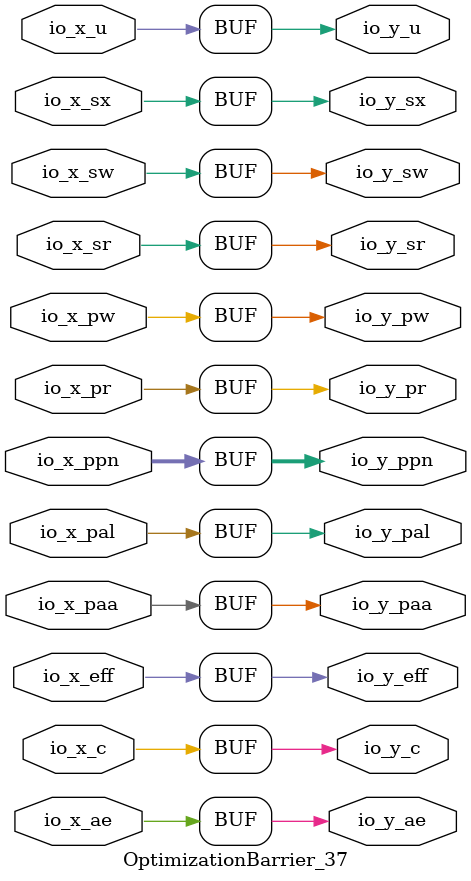
<source format=sv>
`ifndef RANDOMIZE
  `ifdef RANDOMIZE_MEM_INIT
    `define RANDOMIZE
  `endif // RANDOMIZE_MEM_INIT
`endif // not def RANDOMIZE
`ifndef RANDOMIZE
  `ifdef RANDOMIZE_REG_INIT
    `define RANDOMIZE
  `endif // RANDOMIZE_REG_INIT
`endif // not def RANDOMIZE

`ifndef RANDOM
  `define RANDOM $random
`endif // not def RANDOM

// Users can define INIT_RANDOM as general code that gets injected into the
// initializer block for modules with registers.
`ifndef INIT_RANDOM
  `define INIT_RANDOM
`endif // not def INIT_RANDOM

// If using random initialization, you can also define RANDOMIZE_DELAY to
// customize the delay used, otherwise 0.002 is used.
`ifndef RANDOMIZE_DELAY
  `define RANDOMIZE_DELAY 0.002
`endif // not def RANDOMIZE_DELAY

// Define INIT_RANDOM_PROLOG_ for use in our modules below.
`ifndef INIT_RANDOM_PROLOG_
  `ifdef RANDOMIZE
    `ifdef VERILATOR
      `define INIT_RANDOM_PROLOG_ `INIT_RANDOM
    `else  // VERILATOR
      `define INIT_RANDOM_PROLOG_ `INIT_RANDOM #`RANDOMIZE_DELAY begin end
    `endif // VERILATOR
  `else  // RANDOMIZE
    `define INIT_RANDOM_PROLOG_
  `endif // RANDOMIZE
`endif // not def INIT_RANDOM_PROLOG_

// Include register initializers in init blocks unless synthesis is set
`ifndef SYNTHESIS
  `ifndef ENABLE_INITIAL_REG_
    `define ENABLE_INITIAL_REG_
  `endif // not def ENABLE_INITIAL_REG_
`endif // not def SYNTHESIS

// Include rmemory initializers in init blocks unless synthesis is set
`ifndef SYNTHESIS
  `ifndef ENABLE_INITIAL_MEM_
    `define ENABLE_INITIAL_MEM_
  `endif // not def ENABLE_INITIAL_MEM_
`endif // not def SYNTHESIS

// Standard header to adapt well known macros for prints and assertions.

// Users can define 'PRINTF_COND' to add an extra gate to prints.
`ifndef PRINTF_COND_
  `ifdef PRINTF_COND
    `define PRINTF_COND_ (`PRINTF_COND)
  `else  // PRINTF_COND
    `define PRINTF_COND_ 1
  `endif // PRINTF_COND
`endif // not def PRINTF_COND_

// Users can define 'ASSERT_VERBOSE_COND' to add an extra gate to assert error printing.
`ifndef ASSERT_VERBOSE_COND_
  `ifdef ASSERT_VERBOSE_COND
    `define ASSERT_VERBOSE_COND_ (`ASSERT_VERBOSE_COND)
  `else  // ASSERT_VERBOSE_COND
    `define ASSERT_VERBOSE_COND_ 1
  `endif // ASSERT_VERBOSE_COND
`endif // not def ASSERT_VERBOSE_COND_

// Users can define 'STOP_COND' to add an extra gate to stop conditions.
`ifndef STOP_COND_
  `ifdef STOP_COND
    `define STOP_COND_ (`STOP_COND)
  `else  // STOP_COND
    `define STOP_COND_ 1
  `endif // STOP_COND
`endif // not def STOP_COND_

module OptimizationBarrier_37(
  input  [19:0] io_x_ppn,	// @[generators/rocket-chip/src/main/scala/util/package.scala:260:18]
  input         io_x_u,	// @[generators/rocket-chip/src/main/scala/util/package.scala:260:18]
                io_x_ae,	// @[generators/rocket-chip/src/main/scala/util/package.scala:260:18]
                io_x_sw,	// @[generators/rocket-chip/src/main/scala/util/package.scala:260:18]
                io_x_sx,	// @[generators/rocket-chip/src/main/scala/util/package.scala:260:18]
                io_x_sr,	// @[generators/rocket-chip/src/main/scala/util/package.scala:260:18]
                io_x_pw,	// @[generators/rocket-chip/src/main/scala/util/package.scala:260:18]
                io_x_pr,	// @[generators/rocket-chip/src/main/scala/util/package.scala:260:18]
                io_x_pal,	// @[generators/rocket-chip/src/main/scala/util/package.scala:260:18]
                io_x_paa,	// @[generators/rocket-chip/src/main/scala/util/package.scala:260:18]
                io_x_eff,	// @[generators/rocket-chip/src/main/scala/util/package.scala:260:18]
                io_x_c,	// @[generators/rocket-chip/src/main/scala/util/package.scala:260:18]
  output [19:0] io_y_ppn,	// @[generators/rocket-chip/src/main/scala/util/package.scala:260:18]
  output        io_y_u,	// @[generators/rocket-chip/src/main/scala/util/package.scala:260:18]
                io_y_ae,	// @[generators/rocket-chip/src/main/scala/util/package.scala:260:18]
                io_y_sw,	// @[generators/rocket-chip/src/main/scala/util/package.scala:260:18]
                io_y_sx,	// @[generators/rocket-chip/src/main/scala/util/package.scala:260:18]
                io_y_sr,	// @[generators/rocket-chip/src/main/scala/util/package.scala:260:18]
                io_y_pw,	// @[generators/rocket-chip/src/main/scala/util/package.scala:260:18]
                io_y_pr,	// @[generators/rocket-chip/src/main/scala/util/package.scala:260:18]
                io_y_pal,	// @[generators/rocket-chip/src/main/scala/util/package.scala:260:18]
                io_y_paa,	// @[generators/rocket-chip/src/main/scala/util/package.scala:260:18]
                io_y_eff,	// @[generators/rocket-chip/src/main/scala/util/package.scala:260:18]
                io_y_c	// @[generators/rocket-chip/src/main/scala/util/package.scala:260:18]
);

  assign io_y_ppn = io_x_ppn;
  assign io_y_u = io_x_u;
  assign io_y_ae = io_x_ae;
  assign io_y_sw = io_x_sw;
  assign io_y_sx = io_x_sx;
  assign io_y_sr = io_x_sr;
  assign io_y_pw = io_x_pw;
  assign io_y_pr = io_x_pr;
  assign io_y_pal = io_x_pal;
  assign io_y_paa = io_x_paa;
  assign io_y_eff = io_x_eff;
  assign io_y_c = io_x_c;
endmodule


</source>
